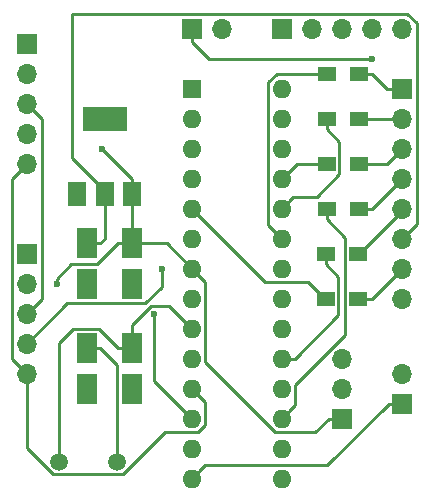
<source format=gbr>
G04 #@! TF.FileFunction,Copper,L1,Top,Signal*
%FSLAX46Y46*%
G04 Gerber Fmt 4.6, Leading zero omitted, Abs format (unit mm)*
G04 Created by KiCad (PCBNEW 4.0.7) date 03/25/18 14:44:14*
%MOMM*%
%LPD*%
G01*
G04 APERTURE LIST*
%ADD10C,0.100000*%
%ADD11R,1.800000X2.600000*%
%ADD12C,1.500000*%
%ADD13R,1.700000X1.700000*%
%ADD14O,1.700000X1.700000*%
%ADD15R,1.600000X1.600000*%
%ADD16O,1.600000X1.600000*%
%ADD17R,1.500000X1.300000*%
%ADD18R,3.800000X2.000000*%
%ADD19R,1.500000X2.000000*%
%ADD20C,0.600000*%
%ADD21C,0.250000*%
G04 APERTURE END LIST*
D10*
D11*
X175260000Y-109630000D03*
X175260000Y-113030000D03*
X171450000Y-109630000D03*
X171450000Y-113030000D03*
X171450000Y-118520000D03*
X171450000Y-121920000D03*
X175260000Y-118520000D03*
X175260000Y-121920000D03*
D12*
X173990000Y-128090000D03*
X169090000Y-128090000D03*
D13*
X198120000Y-96520000D03*
D14*
X198120000Y-99060000D03*
X198120000Y-101600000D03*
X198120000Y-104140000D03*
X198120000Y-106680000D03*
X198120000Y-109220000D03*
X198120000Y-111760000D03*
X198120000Y-114300000D03*
D15*
X180340000Y-96520000D03*
D16*
X187960000Y-129540000D03*
X180340000Y-99060000D03*
X187960000Y-127000000D03*
X180340000Y-101600000D03*
X187960000Y-124460000D03*
X180340000Y-104140000D03*
X187960000Y-121920000D03*
X180340000Y-106680000D03*
X187960000Y-119380000D03*
X180340000Y-109220000D03*
X187960000Y-116840000D03*
X180340000Y-111760000D03*
X187960000Y-114300000D03*
X180340000Y-114300000D03*
X187960000Y-111760000D03*
X180340000Y-116840000D03*
X187960000Y-109220000D03*
X180340000Y-119380000D03*
X187960000Y-106680000D03*
X180340000Y-121920000D03*
X187960000Y-104140000D03*
X180340000Y-124460000D03*
X187960000Y-101600000D03*
X180340000Y-127000000D03*
X187960000Y-99060000D03*
X180340000Y-129540000D03*
X187960000Y-96520000D03*
D13*
X180340000Y-91440000D03*
D14*
X182880000Y-91440000D03*
D13*
X187960000Y-91440000D03*
D14*
X190500000Y-91440000D03*
X193040000Y-91440000D03*
X195580000Y-91440000D03*
X198120000Y-91440000D03*
D17*
X194470000Y-95250000D03*
X191770000Y-95250000D03*
X194470000Y-102870000D03*
X191770000Y-102870000D03*
X194390000Y-110490000D03*
X191690000Y-110490000D03*
X194470000Y-99060000D03*
X191770000Y-99060000D03*
X194470000Y-106680000D03*
X191770000Y-106680000D03*
X194390000Y-114300000D03*
X191690000Y-114300000D03*
D13*
X198120000Y-123190000D03*
D14*
X198120000Y-120650000D03*
D13*
X193040000Y-124460000D03*
D14*
X193040000Y-121920000D03*
X193040000Y-119380000D03*
D13*
X166370000Y-110490000D03*
D14*
X166370000Y-113030000D03*
X166370000Y-115570000D03*
X166370000Y-118110000D03*
X166370000Y-120650000D03*
D13*
X166370000Y-92710000D03*
D14*
X166370000Y-95250000D03*
X166370000Y-97790000D03*
X166370000Y-100330000D03*
X166370000Y-102870000D03*
D18*
X172960000Y-99110000D03*
D19*
X172960000Y-105410000D03*
X175260000Y-105410000D03*
X170660000Y-105410000D03*
D20*
X168910000Y-113030000D03*
X195580000Y-93980000D03*
X172720000Y-101600000D03*
X177800000Y-111760000D03*
X177175000Y-115570000D03*
D21*
X168910000Y-113030000D02*
X168910000Y-112605736D01*
X168910000Y-112605736D02*
X170110737Y-111404999D01*
X170110737Y-111404999D02*
X172335001Y-111404999D01*
X172335001Y-111404999D02*
X174110000Y-109630000D01*
X174110000Y-109630000D02*
X175260000Y-109630000D01*
X195580000Y-93980000D02*
X181780000Y-93980000D01*
X181780000Y-93980000D02*
X180340000Y-92540000D01*
X180340000Y-92540000D02*
X180340000Y-91440000D01*
X175260000Y-105410000D02*
X175260000Y-104140000D01*
X175260000Y-104140000D02*
X172720000Y-101600000D01*
X193040000Y-124460000D02*
X191940000Y-124460000D01*
X191940000Y-124460000D02*
X190814999Y-125585001D01*
X190814999Y-125585001D02*
X187419999Y-125585001D01*
X187419999Y-125585001D02*
X181465001Y-119630003D01*
X181465001Y-119630003D02*
X181465001Y-112885001D01*
X181465001Y-112885001D02*
X181139999Y-112559999D01*
X181139999Y-112559999D02*
X180340000Y-111760000D01*
X175260000Y-109630000D02*
X178210000Y-109630000D01*
X178210000Y-109630000D02*
X180340000Y-111760000D01*
X175260000Y-105410000D02*
X175260000Y-106680000D01*
X175260000Y-106680000D02*
X175260000Y-109630000D01*
X170660000Y-105410000D02*
X170660000Y-105660000D01*
X198120000Y-109220000D02*
X199390000Y-107950000D01*
X199390000Y-107950000D02*
X199390000Y-90970998D01*
X199390000Y-90970998D02*
X198589002Y-90170000D01*
X170180000Y-90170000D02*
X170180000Y-102380000D01*
X198589002Y-90170000D02*
X170180000Y-90170000D01*
X170180000Y-102380000D02*
X172960000Y-105160000D01*
X172960000Y-105160000D02*
X172960000Y-105410000D01*
X172960000Y-105410000D02*
X172960000Y-109270000D01*
X172960000Y-109270000D02*
X172600000Y-109630000D01*
X172600000Y-109630000D02*
X171450000Y-109630000D01*
X172600000Y-118520000D02*
X171450000Y-118520000D01*
X172600000Y-118520000D02*
X172720000Y-118640000D01*
X173990000Y-119910000D02*
X173990000Y-127029340D01*
X172600000Y-118520000D02*
X173990000Y-119910000D01*
X173990000Y-127029340D02*
X173990000Y-128090000D01*
X175260000Y-118520000D02*
X175260000Y-116559998D01*
X175260000Y-116559998D02*
X176874999Y-114944999D01*
X178444999Y-114944999D02*
X179540001Y-116040001D01*
X176874999Y-114944999D02*
X178444999Y-114944999D01*
X179540001Y-116040001D02*
X180340000Y-116840000D01*
X175260000Y-118520000D02*
X174110000Y-118520000D01*
X174110000Y-118520000D02*
X172484999Y-116894999D01*
X170289999Y-116894999D02*
X169090000Y-118094998D01*
X172484999Y-116894999D02*
X170289999Y-116894999D01*
X169090000Y-118094998D02*
X169090000Y-127029340D01*
X169090000Y-127029340D02*
X169090000Y-128090000D01*
X195580000Y-95250000D02*
X196850000Y-96520000D01*
X196850000Y-96520000D02*
X198120000Y-96520000D01*
X194470000Y-95250000D02*
X195580000Y-95250000D01*
X194470000Y-99060000D02*
X198120000Y-99060000D01*
X194470000Y-102870000D02*
X196850000Y-102870000D01*
X196850000Y-102870000D02*
X198120000Y-101600000D01*
X194470000Y-106680000D02*
X195580000Y-106680000D01*
X195580000Y-106680000D02*
X198120000Y-104140000D01*
X194390000Y-110490000D02*
X194490000Y-110490000D01*
X194490000Y-110490000D02*
X198120000Y-106860000D01*
X198120000Y-106860000D02*
X198120000Y-106680000D01*
X194390000Y-114300000D02*
X195580000Y-114300000D01*
X195580000Y-114300000D02*
X198120000Y-111760000D01*
X191770000Y-106680000D02*
X191770000Y-107580000D01*
X191770000Y-107580000D02*
X193314999Y-109124999D01*
X193314999Y-109124999D02*
X193314999Y-117365999D01*
X193314999Y-117365999D02*
X189085001Y-121595997D01*
X189085001Y-121595997D02*
X189085001Y-123334999D01*
X188759999Y-123660001D02*
X187960000Y-124460000D01*
X189085001Y-123334999D02*
X188759999Y-123660001D01*
X166370000Y-118110000D02*
X169824999Y-114655001D01*
X176420001Y-114655001D02*
X177800000Y-113275002D01*
X169824999Y-114655001D02*
X176420001Y-114655001D01*
X177800000Y-113275002D02*
X177800000Y-111760000D01*
X191690000Y-114300000D02*
X191590000Y-114300000D01*
X190175001Y-112885001D02*
X186545001Y-112885001D01*
X191590000Y-114300000D02*
X190175001Y-112885001D01*
X186545001Y-112885001D02*
X181139999Y-107479999D01*
X181139999Y-107479999D02*
X180340000Y-106680000D01*
X191690000Y-110490000D02*
X191690000Y-111390000D01*
X189091370Y-119380000D02*
X187960000Y-119380000D01*
X191690000Y-111390000D02*
X192765001Y-112465001D01*
X192765001Y-112465001D02*
X192765001Y-115706369D01*
X192765001Y-115706369D02*
X189091370Y-119380000D01*
X191770000Y-95250000D02*
X187564998Y-95250000D01*
X187564998Y-95250000D02*
X186834999Y-95979999D01*
X186834999Y-95979999D02*
X186834999Y-108094999D01*
X186834999Y-108094999D02*
X187160001Y-108420001D01*
X187160001Y-108420001D02*
X187960000Y-109220000D01*
X191770000Y-99060000D02*
X191770000Y-99960000D01*
X191770000Y-99960000D02*
X192845001Y-101035001D01*
X192845001Y-101035001D02*
X192845001Y-103780001D01*
X190920003Y-105704999D02*
X188935001Y-105704999D01*
X192845001Y-103780001D02*
X190920003Y-105704999D01*
X188935001Y-105704999D02*
X188759999Y-105880001D01*
X188759999Y-105880001D02*
X187960000Y-106680000D01*
X166370000Y-120650000D02*
X166370000Y-126961002D01*
X181139999Y-122719999D02*
X180340000Y-121920000D01*
X166370000Y-126961002D02*
X168573999Y-129165001D01*
X181465001Y-123045001D02*
X181139999Y-122719999D01*
X168573999Y-129165001D02*
X174506001Y-129165001D01*
X174506001Y-129165001D02*
X178086001Y-125585001D01*
X178086001Y-125585001D02*
X180880001Y-125585001D01*
X180880001Y-125585001D02*
X181465001Y-125000001D01*
X181465001Y-125000001D02*
X181465001Y-123045001D01*
X166370000Y-102870000D02*
X165100000Y-104140000D01*
X165100000Y-104140000D02*
X165100000Y-119380000D01*
X165520001Y-119800001D02*
X166370000Y-120650000D01*
X165100000Y-119380000D02*
X165520001Y-119800001D01*
X189230000Y-102870000D02*
X187960000Y-104140000D01*
X191770000Y-102870000D02*
X189230000Y-102870000D01*
X166370000Y-115570000D02*
X167640000Y-114300000D01*
X167640000Y-114300000D02*
X167640000Y-99060000D01*
X167640000Y-99060000D02*
X167219999Y-98639999D01*
X167219999Y-98639999D02*
X166370000Y-97790000D01*
X177175000Y-115570000D02*
X177175000Y-121295000D01*
X177175000Y-121295000D02*
X180340000Y-124460000D01*
X198120000Y-123190000D02*
X197020000Y-123190000D01*
X181465001Y-128414999D02*
X181139999Y-128740001D01*
X181139999Y-128740001D02*
X180340000Y-129540000D01*
X197020000Y-123190000D02*
X191795001Y-128414999D01*
X191795001Y-128414999D02*
X181465001Y-128414999D01*
M02*

</source>
